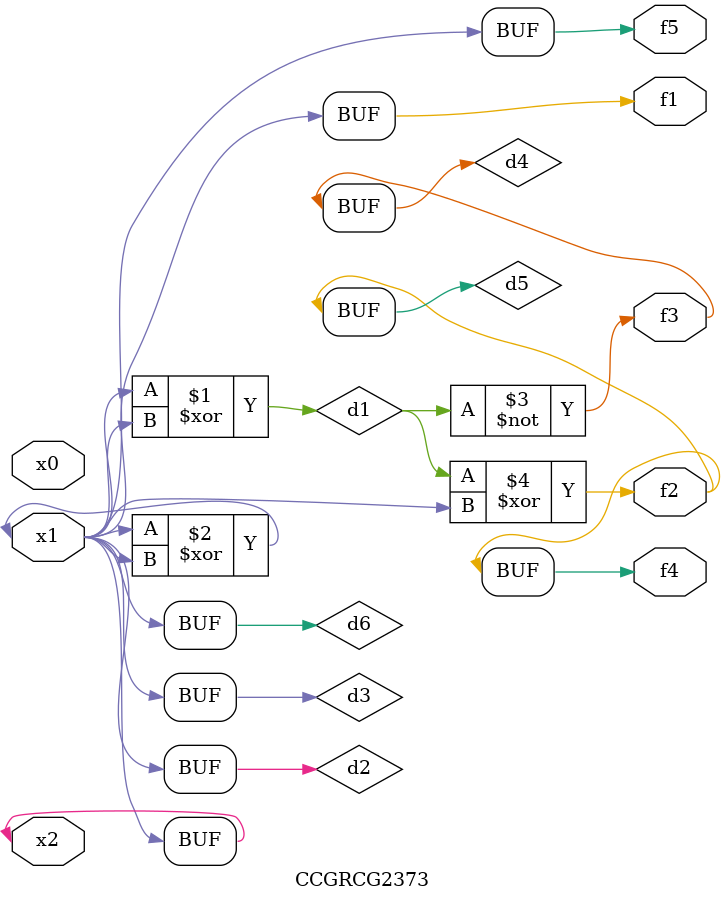
<source format=v>
module CCGRCG2373(
	input x0, x1, x2,
	output f1, f2, f3, f4, f5
);

	wire d1, d2, d3, d4, d5, d6;

	xor (d1, x1, x2);
	buf (d2, x1, x2);
	xor (d3, x1, x2);
	nor (d4, d1);
	xor (d5, d1, d2);
	buf (d6, d2, d3);
	assign f1 = d6;
	assign f2 = d5;
	assign f3 = d4;
	assign f4 = d5;
	assign f5 = d6;
endmodule

</source>
